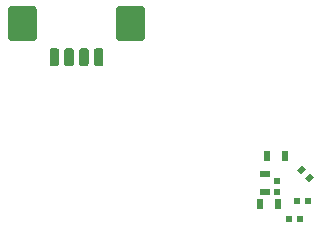
<source format=gbp>
G04 #@! TF.GenerationSoftware,KiCad,Pcbnew,5.1.5+dfsg1-2build2*
G04 #@! TF.CreationDate,2021-05-18T14:32:28+02:00*
G04 #@! TF.ProjectId,OtterCam-s3,4f747465-7243-4616-9d2d-73332e6b6963,rev?*
G04 #@! TF.SameCoordinates,Original*
G04 #@! TF.FileFunction,Paste,Bot*
G04 #@! TF.FilePolarity,Positive*
%FSLAX46Y46*%
G04 Gerber Fmt 4.6, Leading zero omitted, Abs format (unit mm)*
G04 Created by KiCad (PCBNEW 5.1.5+dfsg1-2build2) date 2021-05-18 14:32:28*
%MOMM*%
%LPD*%
G04 APERTURE LIST*
%ADD10C,0.100000*%
%ADD11R,0.600000X0.900000*%
%ADD12R,0.900000X0.600000*%
%ADD13R,0.500000X0.600000*%
%ADD14R,0.600000X0.500000*%
G04 APERTURE END LIST*
D10*
G36*
X72017394Y-58101375D02*
G01*
X72045118Y-58105488D01*
X72072305Y-58112298D01*
X72098694Y-58121740D01*
X72124031Y-58133723D01*
X72148071Y-58148132D01*
X72170583Y-58164828D01*
X72191350Y-58183650D01*
X72210172Y-58204417D01*
X72226868Y-58226929D01*
X72241277Y-58250969D01*
X72253260Y-58276306D01*
X72262702Y-58302695D01*
X72269512Y-58329882D01*
X72273625Y-58357606D01*
X72275000Y-58385600D01*
X72275000Y-60814400D01*
X72273625Y-60842394D01*
X72269512Y-60870118D01*
X72262702Y-60897305D01*
X72253260Y-60923694D01*
X72241277Y-60949031D01*
X72226868Y-60973071D01*
X72210172Y-60995583D01*
X72191350Y-61016350D01*
X72170583Y-61035172D01*
X72148071Y-61051868D01*
X72124031Y-61066277D01*
X72098694Y-61078260D01*
X72072305Y-61087702D01*
X72045118Y-61094512D01*
X72017394Y-61098625D01*
X71989400Y-61100000D01*
X70160600Y-61100000D01*
X70132606Y-61098625D01*
X70104882Y-61094512D01*
X70077695Y-61087702D01*
X70051306Y-61078260D01*
X70025969Y-61066277D01*
X70001929Y-61051868D01*
X69979417Y-61035172D01*
X69958650Y-61016350D01*
X69939828Y-60995583D01*
X69923132Y-60973071D01*
X69908723Y-60949031D01*
X69896740Y-60923694D01*
X69887298Y-60897305D01*
X69880488Y-60870118D01*
X69876375Y-60842394D01*
X69875000Y-60814400D01*
X69875000Y-58385600D01*
X69876375Y-58357606D01*
X69880488Y-58329882D01*
X69887298Y-58302695D01*
X69896740Y-58276306D01*
X69908723Y-58250969D01*
X69923132Y-58226929D01*
X69939828Y-58204417D01*
X69958650Y-58183650D01*
X69979417Y-58164828D01*
X70001929Y-58148132D01*
X70025969Y-58133723D01*
X70051306Y-58121740D01*
X70077695Y-58112298D01*
X70104882Y-58105488D01*
X70132606Y-58101375D01*
X70160600Y-58100000D01*
X71989400Y-58100000D01*
X72017394Y-58101375D01*
G37*
G36*
X62867394Y-58101375D02*
G01*
X62895118Y-58105488D01*
X62922305Y-58112298D01*
X62948694Y-58121740D01*
X62974031Y-58133723D01*
X62998071Y-58148132D01*
X63020583Y-58164828D01*
X63041350Y-58183650D01*
X63060172Y-58204417D01*
X63076868Y-58226929D01*
X63091277Y-58250969D01*
X63103260Y-58276306D01*
X63112702Y-58302695D01*
X63119512Y-58329882D01*
X63123625Y-58357606D01*
X63125000Y-58385600D01*
X63125000Y-60814400D01*
X63123625Y-60842394D01*
X63119512Y-60870118D01*
X63112702Y-60897305D01*
X63103260Y-60923694D01*
X63091277Y-60949031D01*
X63076868Y-60973071D01*
X63060172Y-60995583D01*
X63041350Y-61016350D01*
X63020583Y-61035172D01*
X62998071Y-61051868D01*
X62974031Y-61066277D01*
X62948694Y-61078260D01*
X62922305Y-61087702D01*
X62895118Y-61094512D01*
X62867394Y-61098625D01*
X62839400Y-61100000D01*
X61010600Y-61100000D01*
X60982606Y-61098625D01*
X60954882Y-61094512D01*
X60927695Y-61087702D01*
X60901306Y-61078260D01*
X60875969Y-61066277D01*
X60851929Y-61051868D01*
X60829417Y-61035172D01*
X60808650Y-61016350D01*
X60789828Y-60995583D01*
X60773132Y-60973071D01*
X60758723Y-60949031D01*
X60746740Y-60923694D01*
X60737298Y-60897305D01*
X60730488Y-60870118D01*
X60726375Y-60842394D01*
X60725000Y-60814400D01*
X60725000Y-58385600D01*
X60726375Y-58357606D01*
X60730488Y-58329882D01*
X60737298Y-58302695D01*
X60746740Y-58276306D01*
X60758723Y-58250969D01*
X60773132Y-58226929D01*
X60789828Y-58204417D01*
X60808650Y-58183650D01*
X60829417Y-58164828D01*
X60851929Y-58148132D01*
X60875969Y-58133723D01*
X60901306Y-58121740D01*
X60927695Y-58112298D01*
X60954882Y-58105488D01*
X60982606Y-58101375D01*
X61010600Y-58100000D01*
X62839400Y-58100000D01*
X62867394Y-58101375D01*
G37*
G36*
X68594603Y-61700963D02*
G01*
X68614018Y-61703843D01*
X68633057Y-61708612D01*
X68651537Y-61715224D01*
X68669279Y-61723616D01*
X68686114Y-61733706D01*
X68701879Y-61745398D01*
X68716421Y-61758579D01*
X68729602Y-61773121D01*
X68741294Y-61788886D01*
X68751384Y-61805721D01*
X68759776Y-61823463D01*
X68766388Y-61841943D01*
X68771157Y-61860982D01*
X68774037Y-61880397D01*
X68775000Y-61900000D01*
X68775000Y-63000000D01*
X68774037Y-63019603D01*
X68771157Y-63039018D01*
X68766388Y-63058057D01*
X68759776Y-63076537D01*
X68751384Y-63094279D01*
X68741294Y-63111114D01*
X68729602Y-63126879D01*
X68716421Y-63141421D01*
X68701879Y-63154602D01*
X68686114Y-63166294D01*
X68669279Y-63176384D01*
X68651537Y-63184776D01*
X68633057Y-63191388D01*
X68614018Y-63196157D01*
X68594603Y-63199037D01*
X68575000Y-63200000D01*
X68175000Y-63200000D01*
X68155397Y-63199037D01*
X68135982Y-63196157D01*
X68116943Y-63191388D01*
X68098463Y-63184776D01*
X68080721Y-63176384D01*
X68063886Y-63166294D01*
X68048121Y-63154602D01*
X68033579Y-63141421D01*
X68020398Y-63126879D01*
X68008706Y-63111114D01*
X67998616Y-63094279D01*
X67990224Y-63076537D01*
X67983612Y-63058057D01*
X67978843Y-63039018D01*
X67975963Y-63019603D01*
X67975000Y-63000000D01*
X67975000Y-61900000D01*
X67975963Y-61880397D01*
X67978843Y-61860982D01*
X67983612Y-61841943D01*
X67990224Y-61823463D01*
X67998616Y-61805721D01*
X68008706Y-61788886D01*
X68020398Y-61773121D01*
X68033579Y-61758579D01*
X68048121Y-61745398D01*
X68063886Y-61733706D01*
X68080721Y-61723616D01*
X68098463Y-61715224D01*
X68116943Y-61708612D01*
X68135982Y-61703843D01*
X68155397Y-61700963D01*
X68175000Y-61700000D01*
X68575000Y-61700000D01*
X68594603Y-61700963D01*
G37*
G36*
X67344603Y-61700963D02*
G01*
X67364018Y-61703843D01*
X67383057Y-61708612D01*
X67401537Y-61715224D01*
X67419279Y-61723616D01*
X67436114Y-61733706D01*
X67451879Y-61745398D01*
X67466421Y-61758579D01*
X67479602Y-61773121D01*
X67491294Y-61788886D01*
X67501384Y-61805721D01*
X67509776Y-61823463D01*
X67516388Y-61841943D01*
X67521157Y-61860982D01*
X67524037Y-61880397D01*
X67525000Y-61900000D01*
X67525000Y-63000000D01*
X67524037Y-63019603D01*
X67521157Y-63039018D01*
X67516388Y-63058057D01*
X67509776Y-63076537D01*
X67501384Y-63094279D01*
X67491294Y-63111114D01*
X67479602Y-63126879D01*
X67466421Y-63141421D01*
X67451879Y-63154602D01*
X67436114Y-63166294D01*
X67419279Y-63176384D01*
X67401537Y-63184776D01*
X67383057Y-63191388D01*
X67364018Y-63196157D01*
X67344603Y-63199037D01*
X67325000Y-63200000D01*
X66925000Y-63200000D01*
X66905397Y-63199037D01*
X66885982Y-63196157D01*
X66866943Y-63191388D01*
X66848463Y-63184776D01*
X66830721Y-63176384D01*
X66813886Y-63166294D01*
X66798121Y-63154602D01*
X66783579Y-63141421D01*
X66770398Y-63126879D01*
X66758706Y-63111114D01*
X66748616Y-63094279D01*
X66740224Y-63076537D01*
X66733612Y-63058057D01*
X66728843Y-63039018D01*
X66725963Y-63019603D01*
X66725000Y-63000000D01*
X66725000Y-61900000D01*
X66725963Y-61880397D01*
X66728843Y-61860982D01*
X66733612Y-61841943D01*
X66740224Y-61823463D01*
X66748616Y-61805721D01*
X66758706Y-61788886D01*
X66770398Y-61773121D01*
X66783579Y-61758579D01*
X66798121Y-61745398D01*
X66813886Y-61733706D01*
X66830721Y-61723616D01*
X66848463Y-61715224D01*
X66866943Y-61708612D01*
X66885982Y-61703843D01*
X66905397Y-61700963D01*
X66925000Y-61700000D01*
X67325000Y-61700000D01*
X67344603Y-61700963D01*
G37*
G36*
X66094603Y-61700963D02*
G01*
X66114018Y-61703843D01*
X66133057Y-61708612D01*
X66151537Y-61715224D01*
X66169279Y-61723616D01*
X66186114Y-61733706D01*
X66201879Y-61745398D01*
X66216421Y-61758579D01*
X66229602Y-61773121D01*
X66241294Y-61788886D01*
X66251384Y-61805721D01*
X66259776Y-61823463D01*
X66266388Y-61841943D01*
X66271157Y-61860982D01*
X66274037Y-61880397D01*
X66275000Y-61900000D01*
X66275000Y-63000000D01*
X66274037Y-63019603D01*
X66271157Y-63039018D01*
X66266388Y-63058057D01*
X66259776Y-63076537D01*
X66251384Y-63094279D01*
X66241294Y-63111114D01*
X66229602Y-63126879D01*
X66216421Y-63141421D01*
X66201879Y-63154602D01*
X66186114Y-63166294D01*
X66169279Y-63176384D01*
X66151537Y-63184776D01*
X66133057Y-63191388D01*
X66114018Y-63196157D01*
X66094603Y-63199037D01*
X66075000Y-63200000D01*
X65675000Y-63200000D01*
X65655397Y-63199037D01*
X65635982Y-63196157D01*
X65616943Y-63191388D01*
X65598463Y-63184776D01*
X65580721Y-63176384D01*
X65563886Y-63166294D01*
X65548121Y-63154602D01*
X65533579Y-63141421D01*
X65520398Y-63126879D01*
X65508706Y-63111114D01*
X65498616Y-63094279D01*
X65490224Y-63076537D01*
X65483612Y-63058057D01*
X65478843Y-63039018D01*
X65475963Y-63019603D01*
X65475000Y-63000000D01*
X65475000Y-61900000D01*
X65475963Y-61880397D01*
X65478843Y-61860982D01*
X65483612Y-61841943D01*
X65490224Y-61823463D01*
X65498616Y-61805721D01*
X65508706Y-61788886D01*
X65520398Y-61773121D01*
X65533579Y-61758579D01*
X65548121Y-61745398D01*
X65563886Y-61733706D01*
X65580721Y-61723616D01*
X65598463Y-61715224D01*
X65616943Y-61708612D01*
X65635982Y-61703843D01*
X65655397Y-61700963D01*
X65675000Y-61700000D01*
X66075000Y-61700000D01*
X66094603Y-61700963D01*
G37*
G36*
X64844603Y-61700963D02*
G01*
X64864018Y-61703843D01*
X64883057Y-61708612D01*
X64901537Y-61715224D01*
X64919279Y-61723616D01*
X64936114Y-61733706D01*
X64951879Y-61745398D01*
X64966421Y-61758579D01*
X64979602Y-61773121D01*
X64991294Y-61788886D01*
X65001384Y-61805721D01*
X65009776Y-61823463D01*
X65016388Y-61841943D01*
X65021157Y-61860982D01*
X65024037Y-61880397D01*
X65025000Y-61900000D01*
X65025000Y-63000000D01*
X65024037Y-63019603D01*
X65021157Y-63039018D01*
X65016388Y-63058057D01*
X65009776Y-63076537D01*
X65001384Y-63094279D01*
X64991294Y-63111114D01*
X64979602Y-63126879D01*
X64966421Y-63141421D01*
X64951879Y-63154602D01*
X64936114Y-63166294D01*
X64919279Y-63176384D01*
X64901537Y-63184776D01*
X64883057Y-63191388D01*
X64864018Y-63196157D01*
X64844603Y-63199037D01*
X64825000Y-63200000D01*
X64425000Y-63200000D01*
X64405397Y-63199037D01*
X64385982Y-63196157D01*
X64366943Y-63191388D01*
X64348463Y-63184776D01*
X64330721Y-63176384D01*
X64313886Y-63166294D01*
X64298121Y-63154602D01*
X64283579Y-63141421D01*
X64270398Y-63126879D01*
X64258706Y-63111114D01*
X64248616Y-63094279D01*
X64240224Y-63076537D01*
X64233612Y-63058057D01*
X64228843Y-63039018D01*
X64225963Y-63019603D01*
X64225000Y-63000000D01*
X64225000Y-61900000D01*
X64225963Y-61880397D01*
X64228843Y-61860982D01*
X64233612Y-61841943D01*
X64240224Y-61823463D01*
X64248616Y-61805721D01*
X64258706Y-61788886D01*
X64270398Y-61773121D01*
X64283579Y-61758579D01*
X64298121Y-61745398D01*
X64313886Y-61733706D01*
X64330721Y-61723616D01*
X64348463Y-61715224D01*
X64366943Y-61708612D01*
X64385982Y-61703843D01*
X64405397Y-61700963D01*
X64425000Y-61700000D01*
X64825000Y-61700000D01*
X64844603Y-61700963D01*
G37*
D11*
X84150000Y-70800000D03*
X82650000Y-70800000D03*
D12*
X82500000Y-73850000D03*
X82500000Y-72350000D03*
D13*
X86070000Y-74600000D03*
X85130000Y-74600000D03*
D10*
G36*
X85956569Y-71932305D02*
G01*
X85532305Y-72356569D01*
X85178751Y-72003015D01*
X85603015Y-71578751D01*
X85956569Y-71932305D01*
G37*
G36*
X86621249Y-72596985D02*
G01*
X86196985Y-73021249D01*
X85843431Y-72667695D01*
X86267695Y-72243431D01*
X86621249Y-72596985D01*
G37*
D14*
X83500000Y-73870000D03*
X83500000Y-72930000D03*
D13*
X85450000Y-76150000D03*
X84510000Y-76150000D03*
D11*
X83550000Y-74900000D03*
X82050000Y-74900000D03*
M02*

</source>
